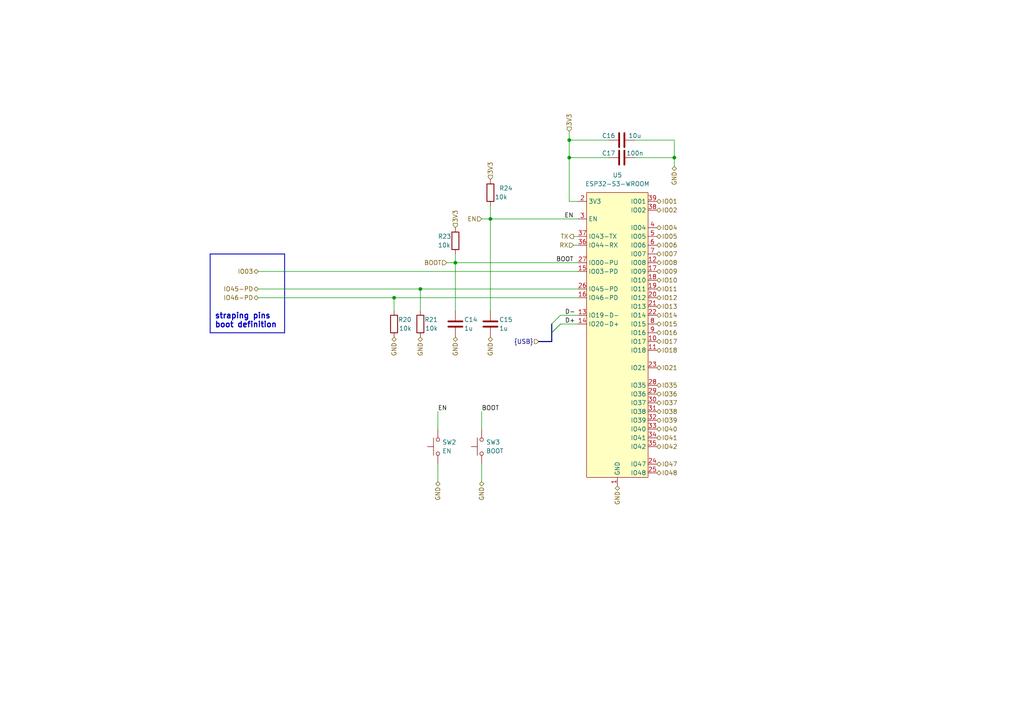
<source format=kicad_sch>
(kicad_sch (version 20230121) (generator eeschema)
  (paper "A4")
  (lib_symbols
    (symbol "Device:C" (pin_numbers hide) (pin_names (offset 0.254))
      (property "Reference" "C" (at 0.635 2.54 0))
      (property "Value" "C" (at 0.635 -2.54 0))
      (symbol "C_0_1"
        (polyline (pts (xy -2.032 -0.762) (xy 2.032 -0.762)) (stroke (width 0.508)))
        (polyline (pts (xy -2.032 0.762) (xy 2.032 0.762)) (stroke (width 0.508)))
      )
      (symbol "C_1_1"
        (pin passive line (at 0 3.81 270) (length 2.794) (name "~") (number "1"))
        (pin passive line (at 0 -3.81 90) (length 2.794) (name "~") (number "2"))
      )
    )
    (symbol "Device:R" (pin_numbers hide) (pin_names (offset 0))
      (property "Reference" "R" (at 2.032 0 90))
      (property "Value" "R" (at 0 0 90))
      (symbol "R_0_1"
        (rectangle (start -1.016 -2.54) (end 1.016 2.54) (stroke (width 0.254)))
      )
      (symbol "R_1_1"
        (pin passive line (at 0 3.81 270) (length 1.27) (name "~") (number "1"))
        (pin passive line (at 0 -3.81 90) (length 1.27) (name "~") (number "2"))
      )
    )
    (symbol "RKL-ESP:ESP32-S3-WROOM"
      (property "Reference" "U" (at 0 5.08 0))
      (property "Value" "ESP32-S3-WROOM" (at 0 2.54 0))
      (symbol "ESP32-S3-WROOM_0_1"
        (rectangle (start -8.89 0) (end 8.89 -82.55) (fill (type background)))
      )
      (symbol "ESP32-S3-WROOM_1_1"
        (pin power_in line (at 0 -85.09 90) (length 2.54) (name "GND") (number "1"))
        (pin bidirectional line (at 11.43 -43.18 180) (length 2.54) (name "IO17") (number "10"))
        (pin bidirectional line (at 11.43 -45.72 180) (length 2.54) (name "IO18") (number "11"))
        (pin bidirectional line (at 11.43 -20.32 180) (length 2.54) (name "IO08") (number "12"))
        (pin bidirectional line (at -11.43 -35.56 0) (length 2.54) (name "IO19-D-") (number "13"))
        (pin bidirectional line (at -11.43 -38.1 0) (length 2.54) (name "IO20-D+") (number "14"))
        (pin bidirectional line (at -11.43 -22.86 0) (length 2.54) (name "IO03-PD") (number "15"))
        (pin bidirectional line (at -11.43 -30.48 0) (length 2.54) (name "IO46-PD") (number "16"))
        (pin bidirectional line (at 11.43 -22.86 180) (length 2.54) (name "IO09") (number "17"))
        (pin bidirectional line (at 11.43 -25.4 180) (length 2.54) (name "IO10") (number "18"))
        (pin bidirectional line (at 11.43 -27.94 180) (length 2.54) (name "IO11") (number "19"))
        (pin power_in line (at -11.43 -2.54 0) (length 2.54) (name "3V3") (number "2"))
        (pin bidirectional line (at 11.43 -30.48 180) (length 2.54) (name "IO12") (number "20"))
        (pin bidirectional line (at 11.43 -33.02 180) (length 2.54) (name "IO13") (number "21"))
        (pin bidirectional line (at 11.43 -35.56 180) (length 2.54) (name "IO14") (number "22"))
        (pin bidirectional line (at 11.43 -50.8 180) (length 2.54) (name "IO21") (number "23"))
        (pin bidirectional line (at 11.43 -78.74 180) (length 2.54) (name "IO47") (number "24"))
        (pin bidirectional line (at 11.43 -81.28 180) (length 2.54) (name "IO48") (number "25"))
        (pin bidirectional line (at -11.43 -27.94 0) (length 2.54) (name "IO45-PD") (number "26"))
        (pin bidirectional line (at -11.43 -20.32 0) (length 2.54) (name "IO00-PU") (number "27"))
        (pin bidirectional line (at 11.43 -55.88 180) (length 2.54) (name "IO35") (number "28"))
        (pin bidirectional line (at 11.43 -58.42 180) (length 2.54) (name "IO36") (number "29"))
        (pin input line (at -11.43 -7.62 0) (length 2.54) (name "EN") (number "3"))
        (pin bidirectional line (at 11.43 -60.96 180) (length 2.54) (name "IO37") (number "30"))
        (pin bidirectional line (at 11.43 -63.5 180) (length 2.54) (name "IO38") (number "31"))
        (pin bidirectional line (at 11.43 -66.04 180) (length 2.54) (name "IO39") (number "32"))
        (pin bidirectional line (at 11.43 -68.58 180) (length 2.54) (name "IO40") (number "33"))
        (pin bidirectional line (at 11.43 -71.12 180) (length 2.54) (name "IO41") (number "34"))
        (pin bidirectional line (at 11.43 -73.66 180) (length 2.54) (name "IO42") (number "35"))
        (pin bidirectional line (at -11.43 -15.24 0) (length 2.54) (name "IO44-RX") (number "36"))
        (pin bidirectional line (at -11.43 -12.7 0) (length 2.54) (name "IO43-TX") (number "37"))
        (pin bidirectional line (at 11.43 -5.08 180) (length 2.54) (name "IO02") (number "38"))
        (pin bidirectional line (at 11.43 -2.54 180) (length 2.54) (name "IO01") (number "39"))
        (pin bidirectional line (at 11.43 -10.16 180) (length 2.54) (name "IO04") (number "4"))
        (pin passive line (at 0 -85.09 90) (length 2.54) hide (name "GND") (number "40"))
        (pin passive line (at 0 -85.09 90) (length 2.54) hide (name "GND") (number "41"))
        (pin bidirectional line (at 11.43 -12.7 180) (length 2.54) (name "IO05") (number "5"))
        (pin bidirectional line (at 11.43 -15.24 180) (length 2.54) (name "IO06") (number "6"))
        (pin bidirectional line (at 11.43 -17.78 180) (length 2.54) (name "IO07") (number "7"))
        (pin bidirectional line (at 11.43 -38.1 180) (length 2.54) (name "IO15") (number "8"))
        (pin bidirectional line (at 11.43 -40.64 180) (length 2.54) (name "IO16") (number "9"))
      )
    )
    (symbol "Switch:SW_Push" (pin_numbers hide) (pin_names (offset 1.016) hide)
      (property "Reference" "SW" (at 1.27 2.54 0))
      (property "Value" "SW_Push" (at 0 -1.524 0))
      (symbol "SW_Push_0_1"
        (circle (center -2.032 0) (radius 0.508))
        (polyline (pts (xy 0 1.27) (xy 0 3.048)))
        (polyline (pts (xy 2.54 1.27) (xy -2.54 1.27)))
        (circle (center 2.032 0) (radius 0.508))
        (pin passive line (at -5.08 0 0) (length 2.54) (name "1") (number "1"))
        (pin passive line (at 5.08 0 180) (length 2.54) (name "2") (number "2"))
      )
    )
  )
  (junction (at 195.58 45.72))
  (junction (at 121.92 83.82))
  (junction (at 165.1 45.72))
  (junction (at 132.08 76.2))
  (junction (at 114.3 86.36))
  (junction (at 142.24 63.5))
  (junction (at 165.1 40.64))
  (bus_entry (at 160.02 93.98) (size 2.54 -2.54))
  (bus_entry (at 160.02 96.52) (size 2.54 -2.54))
  (bus_entry (at 160.02 96.52) (size 2.54 -2.54))
  (wire (pts (xy 132.08 76.2) (xy 167.64 76.2)))
  (wire (pts (xy 74.93 78.74) (xy 167.64 78.74)))
  (wire (pts (xy 162.56 91.44) (xy 167.64 91.44)))
  (polyline (pts (xy 60.96 73.66) (xy 82.55 73.66)) (stroke (width 0.25)))
  (wire (pts (xy 165.1 40.64) (xy 165.1 45.72)))
  (wire (pts (xy 165.1 58.42) (xy 167.64 58.42)))
  (wire (pts (xy 114.3 86.36) (xy 167.64 86.36)))
  (wire (pts (xy 165.1 38.1) (xy 165.1 40.64)))
  (polyline (pts (xy 82.55 73.66) (xy 82.55 96.52)) (stroke (width 0.25)))
  (wire (pts (xy 167.64 68.58) (xy 166.37 68.58)))
  (wire (pts (xy 176.53 40.64) (xy 165.1 40.64)))
  (wire (pts (xy 176.53 45.72) (xy 165.1 45.72)))
  (wire (pts (xy 184.15 45.72) (xy 195.58 45.72)))
  (wire (pts (xy 142.24 63.5) (xy 142.24 90.17)))
  (polyline (pts (xy 82.55 96.52) (xy 60.96 96.52)) (stroke (width 0.25)))
  (wire (pts (xy 114.3 86.36) (xy 114.3 90.17)))
  (bus (pts (xy 160.02 93.98) (xy 160.02 96.52)))
  (bus (pts (xy 160.02 96.52) (xy 160.02 99.06)))
  (wire (pts (xy 162.56 93.98) (xy 167.64 93.98)))
  (wire (pts (xy 132.08 73.66) (xy 132.08 76.2)))
  (wire (pts (xy 139.7 63.5) (xy 142.24 63.5)))
  (wire (pts (xy 74.93 86.36) (xy 114.3 86.36)))
  (wire (pts (xy 142.24 59.69) (xy 142.24 63.5)))
  (wire (pts (xy 132.08 76.2) (xy 132.08 90.17)))
  (wire (pts (xy 139.7 119.38) (xy 139.7 124.46)))
  (wire (pts (xy 165.1 45.72) (xy 165.1 58.42)))
  (wire (pts (xy 167.64 71.12) (xy 166.37 71.12)))
  (wire (pts (xy 129.54 76.2) (xy 132.08 76.2)))
  (wire (pts (xy 127 134.62) (xy 127 139.7)))
  (wire (pts (xy 184.15 40.64) (xy 195.58 40.64)))
  (wire (pts (xy 139.7 134.62) (xy 139.7 139.7)))
  (wire (pts (xy 142.24 63.5) (xy 167.64 63.5)))
  (wire (pts (xy 121.92 83.82) (xy 121.92 90.17)))
  (wire (pts (xy 127 119.38) (xy 127 124.46)))
  (wire (pts (xy 74.93 83.82) (xy 121.92 83.82)))
  (wire (pts (xy 195.58 48.26) (xy 195.58 45.72)))
  (bus (pts (xy 160.02 99.06) (xy 156.21 99.06)))
  (polyline (pts (xy 60.96 73.66) (xy 60.96 96.52)) (stroke (width 0.25)))
  (wire (pts (xy 121.92 83.82) (xy 167.64 83.82)))
  (wire (pts (xy 195.58 40.64) (xy 195.58 45.72)))
  (text "straping pins \nboot definition" (at 62.23 95.25 0) (effects (font (size 1.6 1.6) (thickness 0.32) bold) (justify left bottom)))
  (label "D-" (at 163.83 91.44 0))
  (label "D+" (at 163.83 93.98 0))
  (label "BOOT" (at 139.7 119.38 0))
  (label "BOOT" (at 166.37 76.2 180))
  (label "EN" (at 127 119.38 0))
  (label "EN" (at 166.37 63.5 180))
  (hierarchical_label "IO45-PD" (shape bidirectional) (at 74.93 83.82 180))
  (hierarchical_label "GND" (shape bidirectional) (at 121.92 97.79 270))
  (hierarchical_label "IO39" (shape bidirectional) (at 190.5 121.92 0))
  (hierarchical_label "3V3" (shape input) (at 142.24 52.07 90))
  (hierarchical_label "IO42" (shape bidirectional) (at 190.5 129.54 0))
  (hierarchical_label "GND" (shape bidirectional) (at 179.07 140.97 270))
  (hierarchical_label "GND" (shape bidirectional) (at 142.24 97.79 270))
  (hierarchical_label "IO09" (shape bidirectional) (at 190.5 78.74 0))
  (hierarchical_label "IO13" (shape bidirectional) (at 190.5 88.9 0))
  (hierarchical_label "IO17" (shape bidirectional) (at 190.5 99.06 0))
  (hierarchical_label "TX" (shape output) (at 166.37 68.58 180))
  (hierarchical_label "EN" (shape input) (at 139.7 63.5 180))
  (hierarchical_label "IO05" (shape bidirectional) (at 190.5 68.58 0))
  (hierarchical_label "IO06" (shape bidirectional) (at 190.5 71.12 0))
  (hierarchical_label "GND" (shape bidirectional) (at 127 139.7 270))
  (hierarchical_label "GND" (shape bidirectional) (at 132.08 97.79 270))
  (hierarchical_label "{USB}" (shape input) (at 156.21 99.06 180))
  (hierarchical_label "IO41" (shape bidirectional) (at 190.5 127 0))
  (hierarchical_label "GND" (shape bidirectional) (at 114.3 97.79 270))
  (hierarchical_label "IO04" (shape bidirectional) (at 190.5 66.04 0))
  (hierarchical_label "IO02" (shape bidirectional) (at 190.5 60.96 0))
  (hierarchical_label "IO10" (shape bidirectional) (at 190.5 81.28 0))
  (hierarchical_label "IO11" (shape bidirectional) (at 190.5 83.82 0))
  (hierarchical_label "IO48" (shape bidirectional) (at 190.5 137.16 0))
  (hierarchical_label "GND" (shape bidirectional) (at 195.58 48.26 270))
  (hierarchical_label "IO36" (shape bidirectional) (at 190.5 114.3 0))
  (hierarchical_label "IO07" (shape bidirectional) (at 190.5 73.66 0))
  (hierarchical_label "IO08" (shape bidirectional) (at 190.5 76.2 0))
  (hierarchical_label "RX" (shape input) (at 166.37 71.12 180))
  (hierarchical_label "GND" (shape bidirectional) (at 139.7 139.7 270))
  (hierarchical_label "IO35" (shape bidirectional) (at 190.5 111.76 0))
  (hierarchical_label "IO16" (shape bidirectional) (at 190.5 96.52 0))
  (hierarchical_label "BOOT" (shape input) (at 129.54 76.2 180))
  (hierarchical_label "IO46-PD" (shape bidirectional) (at 74.93 86.36 180))
  (hierarchical_label "IO03" (shape bidirectional) (at 74.93 78.74 180))
  (hierarchical_label "3V3" (shape input) (at 132.08 66.04 90))
  (hierarchical_label "IO14" (shape bidirectional) (at 190.5 91.44 0))
  (hierarchical_label "IO12" (shape bidirectional) (at 190.5 86.36 0))
  (hierarchical_label "3V3" (shape input) (at 165.1 38.1 90))
  (hierarchical_label "IO18" (shape bidirectional) (at 190.5 101.6 0))
  (hierarchical_label "IO47" (shape bidirectional) (at 190.5 134.62 0))
  (hierarchical_label "IO01" (shape bidirectional) (at 190.5 58.42 0))
  (hierarchical_label "IO38" (shape bidirectional) (at 190.5 119.38 0))
  (hierarchical_label "IO40" (shape bidirectional) (at 190.5 124.46 0))
  (hierarchical_label "IO37" (shape bidirectional) (at 190.5 116.84 0))
  (hierarchical_label "IO21" (shape bidirectional) (at 190.5 106.68 0))
  (hierarchical_label "IO15" (shape bidirectional) (at 190.5 93.98 0))
  (symbol (lib_id "Device:C") (at 180.34 40.64 270) (unit 1)
    (property "Reference" "C16" (at 176.53 39.37 90))
    (property "Value" "10u" (at 184.15 39.37 90))
    (property "Footprint" "Capacitor_SMD:C_0603_1608Metric" (effects hide))
    (property "LCSC" "C96446" (effects hide))
    (property "Basic/Extended" "B" (effects hide))
    (property "info" "25V, X5R" (effects hide))
    (instances (project "Zelvicka" (path "" (reference "C16") (unit 1))) (project "ZakladniElektronika" (path "" (reference "C134") (unit 1))) (project "ukazka" (path "" (reference "C3") (unit 1))) (project "RB3203" (path "" (reference "C?") (unit 1))))
  )
  (symbol (lib_id "Device:C") (at 132.08 93.98 0) (mirror y) (unit 1)
    (property "Reference" "C14" (at 134.62 92.71 0) (effects (justify right)))
    (property "Value" "1u" (at 134.62 95.25 0) (effects (justify right)))
    (property "Footprint" "Capacitor_SMD:C_0402_1005Metric" (effects hide))
    (property "LCSC" "C52923" (effects hide))
    (property "JLCPCB_CORRECTION" "0;0;0" (effects hide))
    (property "Basic/Extended" "B" (effects hide))
    (property "info" "25V, X5R" (effects hide))
    (instances (project "Zelvicka" (path "" (reference "C14") (unit 1))) (project "ZakladniElektronika" (path "" (reference "C132") (unit 1))) (project "ukazka" (path "" (reference "C1") (unit 1))) (project "RB3203" (path "" (reference "C?") (unit 1))))
  )
  (symbol (lib_id "Device:R") (at 142.24 55.88 0) (unit 1)
    (property "Reference" "R24" (at 144.78 54.61 0) (effects (justify left)))
    (property "Value" "10k" (at 143.51 57.15 0) (effects (justify left)))
    (property "Footprint" "Resistor_SMD:R_0402_1005Metric" (effects hide))
    (property "LCSC" "C25744" (effects hide))
    (property "Basic/Extended" "B" (effects hide))
    (instances (project "Zelvicka" (path "" (reference "R24") (unit 1))) (project "ZakladniElektronika" (path "" (reference "R10") (unit 1))) (project "ukazka" (path "" (reference "R5") (unit 1))) (project "RB3203" (path "" (reference "R?") (unit 1))))
  )
  (symbol (lib_id "Switch:SW_Push") (at 139.7 129.54 90) (unit 1)
    (property "Reference" "SW3" (at 140.97 128.27 90) (effects (justify right)))
    (property "Value" "BOOT" (at 140.97 130.81 90) (effects (justify right)))
    (property "Footprint" "Button_Switch_SMD:SW_Push_1P1T_NO_Vertical_Wuerth_434133025816" (effects hide))
    (property "Basic/Extended" "E" (effects hide))
    (property "LCSC" "C127488" (effects hide))
    (instances (project "Zelvicka" (path "" (reference "SW3") (unit 1))) (project "ZakladniElektronika" (path "" (reference "SW4") (unit 1))) (project "ukazka" (path "" (reference "SW2") (unit 1))))
  )
  (symbol (lib_id "Device:R") (at 114.3 93.98 0) (mirror y) (unit 1)
    (property "Reference" "R20" (at 119.38 92.71 0) (effects (justify left)))
    (property "Value" "10k" (at 119.38 95.25 0) (effects (justify left)))
    (property "Footprint" "Resistor_SMD:R_0402_1005Metric" (effects hide))
    (property "LCSC" "C25744" (effects hide))
    (property "Basic/Extended" "B" (effects hide))
    (instances (project "Zelvicka" (path "" (reference "R20") (unit 1))) (project "ZakladniElektronika" (path "" (reference "R6") (unit 1))) (project "ukazka" (path "" (reference "R1") (unit 1))) (project "RB3203" (path "" (reference "R?") (unit 1))))
  )
  (symbol (lib_id "Device:R") (at 132.08 69.85 0) (unit 1)
    (property "Reference" "R23" (at 127 68.58 0) (effects (justify left)))
    (property "Value" "10k" (at 127 71.12 0) (effects (justify left)))
    (property "Footprint" "Resistor_SMD:R_0402_1005Metric" (effects hide))
    (property "LCSC" "C25744" (effects hide))
    (property "Basic/Extended" "B" (effects hide))
    (instances (project "Zelvicka" (path "" (reference "R23") (unit 1))) (project "ZakladniElektronika" (path "" (reference "R9") (unit 1))) (project "ukazka" (path "" (reference "R4") (unit 1))) (project "RB3203" (path "" (reference "R?") (unit 1))))
  )
  (symbol (lib_id "Device:R") (at 121.92 93.98 0) (mirror y) (unit 1)
    (property "Reference" "R21" (at 127 92.71 0) (effects (justify left)))
    (property "Value" "10k" (at 127 95.25 0) (effects (justify left)))
    (property "Footprint" "Resistor_SMD:R_0402_1005Metric" (effects hide))
    (property "LCSC" "C25744" (effects hide))
    (property "Basic/Extended" "B" (effects hide))
    (instances (project "Zelvicka" (path "" (reference "R21") (unit 1))) (project "ZakladniElektronika" (path "" (reference "R7") (unit 1))) (project "ukazka" (path "" (reference "R2") (unit 1))) (project "RB3203" (path "" (reference "R?") (unit 1))))
  )
  (symbol (lib_id "RKL-ESP:ESP32-S3-WROOM") (at 179.07 55.88 0) (unit 1)
    (property "Reference" "U5" (at 179.07 50.8 0))
    (property "Value" "ESP32-S3-WROOM" (at 179.07 53.34 0))
    (property "Footprint" "RKL-ESP:ESP32-S3-WROOM" (effects hide))
    (property "Datasheet" "https://www.espressif.com/sites/default/files/documentation/esp32-s3-wroom-1_wroom-1u_datasheet_en.pdf" (effects hide))
    (property "LCSC" "C2913202" (effects hide))
    (property "Basic/Extended" "E" (effects hide))
    (property "info" "ESP32-S3-WROOM-1-N16R8" (effects hide))
    (property "JLCPCB_CORRECTION" "0;10;0" (effects hide))
    (instances (project "Zelvicka" (path "" (reference "U5") (unit 1))) (project "ZakladniElektronika" (path "" (reference "U11") (unit 1))) (project "ukazka" (path "" (reference "U1") (unit 1))))
  )
  (symbol (lib_id "Switch:SW_Push") (at 127 129.54 90) (unit 1)
    (property "Reference" "SW2" (at 128.27 128.27 90) (effects (justify right)))
    (property "Value" "EN" (at 128.27 130.81 90) (effects (justify right)))
    (property "Footprint" "Button_Switch_SMD:SW_Push_1P1T_NO_Vertical_Wuerth_434133025816" (effects hide))
    (property "Basic/Extended" "E" (effects hide))
    (property "LCSC" "C127488" (effects hide))
    (instances (project "Zelvicka" (path "" (reference "SW2") (unit 1))) (project "ZakladniElektronika" (path "" (reference "SW5") (unit 1))) (project "ukazka" (path "" (reference "SW1") (unit 1))))
  )
  (symbol (lib_id "Device:C") (at 142.24 93.98 0) (mirror y) (unit 1)
    (property "Reference" "C15" (at 144.78 92.71 0) (effects (justify right)))
    (property "Value" "1u" (at 144.78 95.25 0) (effects (justify right)))
    (property "Footprint" "Capacitor_SMD:C_0402_1005Metric" (effects hide))
    (property "LCSC" "C52923" (effects hide))
    (property "JLCPCB_CORRECTION" "0;0;0" (effects hide))
    (property "Basic/Extended" "B" (effects hide))
    (property "info" "25V, X5R" (effects hide))
    (instances (project "Zelvicka" (path "" (reference "C15") (unit 1))) (project "ZakladniElektronika" (path "" (reference "C133") (unit 1))) (project "ukazka" (path "" (reference "C2") (unit 1))) (project "RB3203" (path "" (reference "C?") (unit 1))))
  )
  (symbol (lib_id "Device:C") (at 180.34 45.72 270) (unit 1)
    (property "Reference" "C17" (at 176.53 44.45 90))
    (property "Value" "100n" (at 184.15 44.45 90))
    (property "Footprint" "Capacitor_SMD:C_0402_1005Metric" (effects hide))
    (property "LCSC" "C1525" (effects hide))
    (property "Basic/Extended" "B" (effects hide))
    (property "info" "16V, X7R" (effects hide))
    (instances (project "Zelvicka" (path "" (reference "C17") (unit 1))) (project "ZakladniElektronika" (path "" (reference "C135") (unit 1))) (project "ukazka" (path "" (reference "C4") (unit 1))) (project "RB3203" (path "" (reference "C?") (unit 1))))
  )
)
</source>
